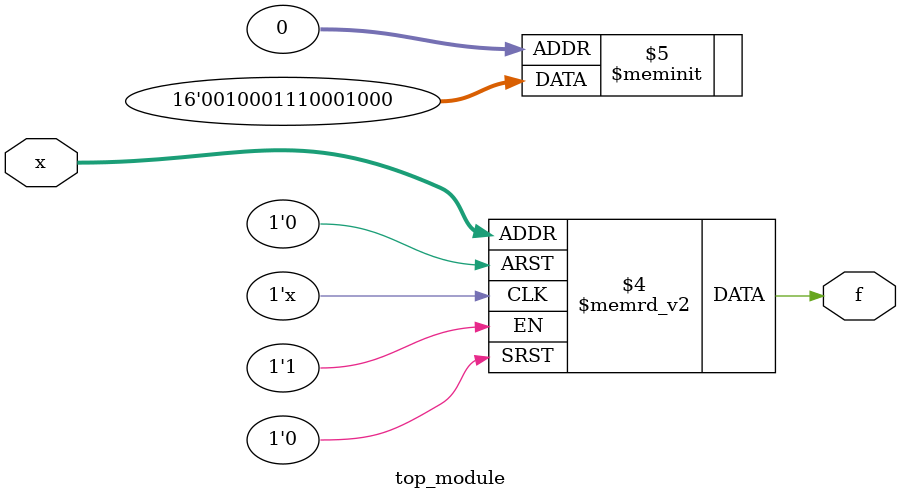
<source format=sv>
module top_module (
    input [4:1] x,
    output logic f
);

always_comb begin
    case ({x[4], x[3], x[2], x[1]})
        4'b0001: f = 1'b0;
        4'b0011: f = 1'b1;
        4'b0100: f = 1'b0;
        4'b0101: f = 1'b0;
        4'b0110: f = 1'b0;
        4'b0111: f = 1'b1;
        4'b1000: f = 1'b1;
        4'b1001: f = 1'b1;
        4'b1010: f = 1'b0;
        4'b1011: f = 1'b0;
        4'b1100: f = 1'b0;
        4'b1101: f = 1'b1;
        4'b1110: f = 1'b0;
        4'b1111: f = 1'b0;
        default: f = 1'b0; // Don't care condition, set to 0
    endcase
end

endmodule

</source>
